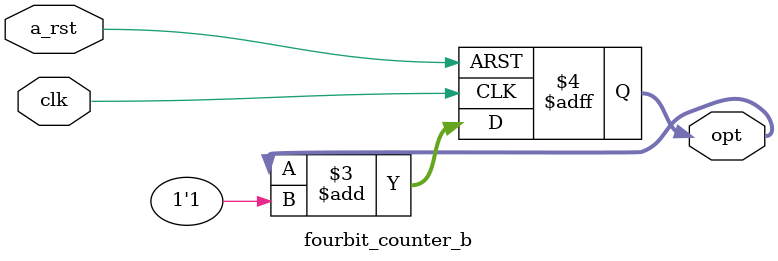
<source format=v>
`timescale 1ns / 1ps
module fourbit_counter_b(
	input clk, input a_rst, output reg[3:0] opt);

	always @(posedge clk or posedge a_rst)
		begin
			if(a_rst == 1'b1) begin
				opt = 1'b0;
			end
			else begin
				opt = opt + 1'b1;
			end
		end
endmodule

</source>
